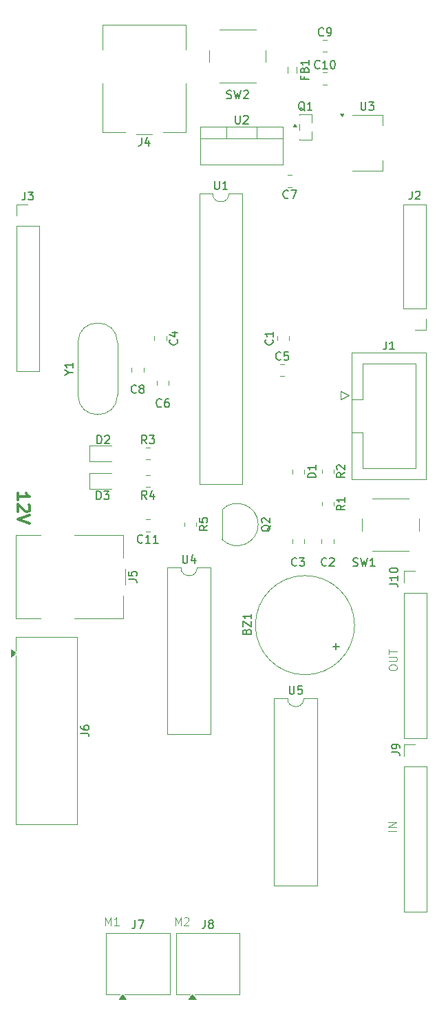
<source format=gbr>
%TF.GenerationSoftware,KiCad,Pcbnew,9.0.7*%
%TF.CreationDate,2026-02-28T16:38:49+05:30*%
%TF.ProjectId,E205 AVR Board design IPD task 1,45323035-2041-4565-9220-426f61726420,rev?*%
%TF.SameCoordinates,Original*%
%TF.FileFunction,Legend,Top*%
%TF.FilePolarity,Positive*%
%FSLAX46Y46*%
G04 Gerber Fmt 4.6, Leading zero omitted, Abs format (unit mm)*
G04 Created by KiCad (PCBNEW 9.0.7) date 2026-02-28 16:38:49*
%MOMM*%
%LPD*%
G01*
G04 APERTURE LIST*
%ADD10C,0.100000*%
%ADD11C,0.300000*%
%ADD12C,0.150000*%
%ADD13C,0.120000*%
G04 APERTURE END LIST*
D10*
X93093884Y-146122419D02*
X93093884Y-145122419D01*
X93093884Y-145122419D02*
X93427217Y-145836704D01*
X93427217Y-145836704D02*
X93760550Y-145122419D01*
X93760550Y-145122419D02*
X93760550Y-146122419D01*
X94189122Y-145217657D02*
X94236741Y-145170038D01*
X94236741Y-145170038D02*
X94331979Y-145122419D01*
X94331979Y-145122419D02*
X94570074Y-145122419D01*
X94570074Y-145122419D02*
X94665312Y-145170038D01*
X94665312Y-145170038D02*
X94712931Y-145217657D01*
X94712931Y-145217657D02*
X94760550Y-145312895D01*
X94760550Y-145312895D02*
X94760550Y-145408133D01*
X94760550Y-145408133D02*
X94712931Y-145550990D01*
X94712931Y-145550990D02*
X94141503Y-146122419D01*
X94141503Y-146122419D02*
X94760550Y-146122419D01*
X84483884Y-146122419D02*
X84483884Y-145122419D01*
X84483884Y-145122419D02*
X84817217Y-145836704D01*
X84817217Y-145836704D02*
X85150550Y-145122419D01*
X85150550Y-145122419D02*
X85150550Y-146122419D01*
X86150550Y-146122419D02*
X85579122Y-146122419D01*
X85864836Y-146122419D02*
X85864836Y-145122419D01*
X85864836Y-145122419D02*
X85769598Y-145265276D01*
X85769598Y-145265276D02*
X85674360Y-145360514D01*
X85674360Y-145360514D02*
X85579122Y-145408133D01*
X119372419Y-114505639D02*
X119372419Y-114315163D01*
X119372419Y-114315163D02*
X119420038Y-114219925D01*
X119420038Y-114219925D02*
X119515276Y-114124687D01*
X119515276Y-114124687D02*
X119705752Y-114077068D01*
X119705752Y-114077068D02*
X120039085Y-114077068D01*
X120039085Y-114077068D02*
X120229561Y-114124687D01*
X120229561Y-114124687D02*
X120324800Y-114219925D01*
X120324800Y-114219925D02*
X120372419Y-114315163D01*
X120372419Y-114315163D02*
X120372419Y-114505639D01*
X120372419Y-114505639D02*
X120324800Y-114600877D01*
X120324800Y-114600877D02*
X120229561Y-114696115D01*
X120229561Y-114696115D02*
X120039085Y-114743734D01*
X120039085Y-114743734D02*
X119705752Y-114743734D01*
X119705752Y-114743734D02*
X119515276Y-114696115D01*
X119515276Y-114696115D02*
X119420038Y-114600877D01*
X119420038Y-114600877D02*
X119372419Y-114505639D01*
X119372419Y-113648496D02*
X120181942Y-113648496D01*
X120181942Y-113648496D02*
X120277180Y-113600877D01*
X120277180Y-113600877D02*
X120324800Y-113553258D01*
X120324800Y-113553258D02*
X120372419Y-113458020D01*
X120372419Y-113458020D02*
X120372419Y-113267544D01*
X120372419Y-113267544D02*
X120324800Y-113172306D01*
X120324800Y-113172306D02*
X120277180Y-113124687D01*
X120277180Y-113124687D02*
X120181942Y-113077068D01*
X120181942Y-113077068D02*
X119372419Y-113077068D01*
X119372419Y-112743734D02*
X119372419Y-112172306D01*
X120372419Y-112458020D02*
X119372419Y-112458020D01*
X120322419Y-134496115D02*
X119322419Y-134496115D01*
X120322419Y-134019925D02*
X119322419Y-134019925D01*
X119322419Y-134019925D02*
X120322419Y-133448497D01*
X120322419Y-133448497D02*
X119322419Y-133448497D01*
D11*
X73699171Y-93840225D02*
X73699171Y-92983082D01*
X73699171Y-93411653D02*
X75199171Y-93411653D01*
X75199171Y-93411653D02*
X74984885Y-93268796D01*
X74984885Y-93268796D02*
X74842028Y-93125939D01*
X74842028Y-93125939D02*
X74770600Y-92983082D01*
X75056314Y-94411653D02*
X75127742Y-94483081D01*
X75127742Y-94483081D02*
X75199171Y-94625939D01*
X75199171Y-94625939D02*
X75199171Y-94983081D01*
X75199171Y-94983081D02*
X75127742Y-95125939D01*
X75127742Y-95125939D02*
X75056314Y-95197367D01*
X75056314Y-95197367D02*
X74913457Y-95268796D01*
X74913457Y-95268796D02*
X74770600Y-95268796D01*
X74770600Y-95268796D02*
X74556314Y-95197367D01*
X74556314Y-95197367D02*
X73699171Y-94340224D01*
X73699171Y-94340224D02*
X73699171Y-95268796D01*
X75199171Y-95697367D02*
X73699171Y-96197367D01*
X73699171Y-96197367D02*
X75199171Y-96697367D01*
D12*
X119704819Y-124833333D02*
X120419104Y-124833333D01*
X120419104Y-124833333D02*
X120561961Y-124880952D01*
X120561961Y-124880952D02*
X120657200Y-124976190D01*
X120657200Y-124976190D02*
X120704819Y-125119047D01*
X120704819Y-125119047D02*
X120704819Y-125214285D01*
X120704819Y-124309523D02*
X120704819Y-124119047D01*
X120704819Y-124119047D02*
X120657200Y-124023809D01*
X120657200Y-124023809D02*
X120609580Y-123976190D01*
X120609580Y-123976190D02*
X120466723Y-123880952D01*
X120466723Y-123880952D02*
X120276247Y-123833333D01*
X120276247Y-123833333D02*
X119895295Y-123833333D01*
X119895295Y-123833333D02*
X119800057Y-123880952D01*
X119800057Y-123880952D02*
X119752438Y-123928571D01*
X119752438Y-123928571D02*
X119704819Y-124023809D01*
X119704819Y-124023809D02*
X119704819Y-124214285D01*
X119704819Y-124214285D02*
X119752438Y-124309523D01*
X119752438Y-124309523D02*
X119800057Y-124357142D01*
X119800057Y-124357142D02*
X119895295Y-124404761D01*
X119895295Y-124404761D02*
X120133390Y-124404761D01*
X120133390Y-124404761D02*
X120228628Y-124357142D01*
X120228628Y-124357142D02*
X120276247Y-124309523D01*
X120276247Y-124309523D02*
X120323866Y-124214285D01*
X120323866Y-124214285D02*
X120323866Y-124023809D01*
X120323866Y-124023809D02*
X120276247Y-123928571D01*
X120276247Y-123928571D02*
X120228628Y-123880952D01*
X120228628Y-123880952D02*
X120133390Y-123833333D01*
X113954819Y-90446666D02*
X113478628Y-90779999D01*
X113954819Y-91018094D02*
X112954819Y-91018094D01*
X112954819Y-91018094D02*
X112954819Y-90637142D01*
X112954819Y-90637142D02*
X113002438Y-90541904D01*
X113002438Y-90541904D02*
X113050057Y-90494285D01*
X113050057Y-90494285D02*
X113145295Y-90446666D01*
X113145295Y-90446666D02*
X113288152Y-90446666D01*
X113288152Y-90446666D02*
X113383390Y-90494285D01*
X113383390Y-90494285D02*
X113431009Y-90541904D01*
X113431009Y-90541904D02*
X113478628Y-90637142D01*
X113478628Y-90637142D02*
X113478628Y-91018094D01*
X113050057Y-90065713D02*
X113002438Y-90018094D01*
X113002438Y-90018094D02*
X112954819Y-89922856D01*
X112954819Y-89922856D02*
X112954819Y-89684761D01*
X112954819Y-89684761D02*
X113002438Y-89589523D01*
X113002438Y-89589523D02*
X113050057Y-89541904D01*
X113050057Y-89541904D02*
X113145295Y-89494285D01*
X113145295Y-89494285D02*
X113240533Y-89494285D01*
X113240533Y-89494285D02*
X113383390Y-89541904D01*
X113383390Y-89541904D02*
X113954819Y-90113332D01*
X113954819Y-90113332D02*
X113954819Y-89494285D01*
X97933095Y-54604819D02*
X97933095Y-55414342D01*
X97933095Y-55414342D02*
X97980714Y-55509580D01*
X97980714Y-55509580D02*
X98028333Y-55557200D01*
X98028333Y-55557200D02*
X98123571Y-55604819D01*
X98123571Y-55604819D02*
X98314047Y-55604819D01*
X98314047Y-55604819D02*
X98409285Y-55557200D01*
X98409285Y-55557200D02*
X98456904Y-55509580D01*
X98456904Y-55509580D02*
X98504523Y-55414342D01*
X98504523Y-55414342D02*
X98504523Y-54604819D01*
X99504523Y-55604819D02*
X98933095Y-55604819D01*
X99218809Y-55604819D02*
X99218809Y-54604819D01*
X99218809Y-54604819D02*
X99123571Y-54747676D01*
X99123571Y-54747676D02*
X99028333Y-54842914D01*
X99028333Y-54842914D02*
X98933095Y-54890533D01*
X93289580Y-74096666D02*
X93337200Y-74144285D01*
X93337200Y-74144285D02*
X93384819Y-74287142D01*
X93384819Y-74287142D02*
X93384819Y-74382380D01*
X93384819Y-74382380D02*
X93337200Y-74525237D01*
X93337200Y-74525237D02*
X93241961Y-74620475D01*
X93241961Y-74620475D02*
X93146723Y-74668094D01*
X93146723Y-74668094D02*
X92956247Y-74715713D01*
X92956247Y-74715713D02*
X92813390Y-74715713D01*
X92813390Y-74715713D02*
X92622914Y-74668094D01*
X92622914Y-74668094D02*
X92527676Y-74620475D01*
X92527676Y-74620475D02*
X92432438Y-74525237D01*
X92432438Y-74525237D02*
X92384819Y-74382380D01*
X92384819Y-74382380D02*
X92384819Y-74287142D01*
X92384819Y-74287142D02*
X92432438Y-74144285D01*
X92432438Y-74144285D02*
X92480057Y-74096666D01*
X92718152Y-73239523D02*
X93384819Y-73239523D01*
X92337200Y-73477618D02*
X93051485Y-73715713D01*
X93051485Y-73715713D02*
X93051485Y-73096666D01*
X115938095Y-44879819D02*
X115938095Y-45689342D01*
X115938095Y-45689342D02*
X115985714Y-45784580D01*
X115985714Y-45784580D02*
X116033333Y-45832200D01*
X116033333Y-45832200D02*
X116128571Y-45879819D01*
X116128571Y-45879819D02*
X116319047Y-45879819D01*
X116319047Y-45879819D02*
X116414285Y-45832200D01*
X116414285Y-45832200D02*
X116461904Y-45784580D01*
X116461904Y-45784580D02*
X116509523Y-45689342D01*
X116509523Y-45689342D02*
X116509523Y-44879819D01*
X116890476Y-44879819D02*
X117509523Y-44879819D01*
X117509523Y-44879819D02*
X117176190Y-45260771D01*
X117176190Y-45260771D02*
X117319047Y-45260771D01*
X117319047Y-45260771D02*
X117414285Y-45308390D01*
X117414285Y-45308390D02*
X117461904Y-45356009D01*
X117461904Y-45356009D02*
X117509523Y-45451247D01*
X117509523Y-45451247D02*
X117509523Y-45689342D01*
X117509523Y-45689342D02*
X117461904Y-45784580D01*
X117461904Y-45784580D02*
X117414285Y-45832200D01*
X117414285Y-45832200D02*
X117319047Y-45879819D01*
X117319047Y-45879819D02*
X117033333Y-45879819D01*
X117033333Y-45879819D02*
X116938095Y-45832200D01*
X116938095Y-45832200D02*
X116890476Y-45784580D01*
X89583333Y-86884819D02*
X89250000Y-86408628D01*
X89011905Y-86884819D02*
X89011905Y-85884819D01*
X89011905Y-85884819D02*
X89392857Y-85884819D01*
X89392857Y-85884819D02*
X89488095Y-85932438D01*
X89488095Y-85932438D02*
X89535714Y-85980057D01*
X89535714Y-85980057D02*
X89583333Y-86075295D01*
X89583333Y-86075295D02*
X89583333Y-86218152D01*
X89583333Y-86218152D02*
X89535714Y-86313390D01*
X89535714Y-86313390D02*
X89488095Y-86361009D01*
X89488095Y-86361009D02*
X89392857Y-86408628D01*
X89392857Y-86408628D02*
X89011905Y-86408628D01*
X89916667Y-85884819D02*
X90535714Y-85884819D01*
X90535714Y-85884819D02*
X90202381Y-86265771D01*
X90202381Y-86265771D02*
X90345238Y-86265771D01*
X90345238Y-86265771D02*
X90440476Y-86313390D01*
X90440476Y-86313390D02*
X90488095Y-86361009D01*
X90488095Y-86361009D02*
X90535714Y-86456247D01*
X90535714Y-86456247D02*
X90535714Y-86694342D01*
X90535714Y-86694342D02*
X90488095Y-86789580D01*
X90488095Y-86789580D02*
X90440476Y-86837200D01*
X90440476Y-86837200D02*
X90345238Y-86884819D01*
X90345238Y-86884819D02*
X90059524Y-86884819D01*
X90059524Y-86884819D02*
X89964286Y-86837200D01*
X89964286Y-86837200D02*
X89916667Y-86789580D01*
X88151666Y-145484819D02*
X88151666Y-146199104D01*
X88151666Y-146199104D02*
X88104047Y-146341961D01*
X88104047Y-146341961D02*
X88008809Y-146437200D01*
X88008809Y-146437200D02*
X87865952Y-146484819D01*
X87865952Y-146484819D02*
X87770714Y-146484819D01*
X88532619Y-145484819D02*
X89199285Y-145484819D01*
X89199285Y-145484819D02*
X88770714Y-146484819D01*
X114966667Y-101907200D02*
X115109524Y-101954819D01*
X115109524Y-101954819D02*
X115347619Y-101954819D01*
X115347619Y-101954819D02*
X115442857Y-101907200D01*
X115442857Y-101907200D02*
X115490476Y-101859580D01*
X115490476Y-101859580D02*
X115538095Y-101764342D01*
X115538095Y-101764342D02*
X115538095Y-101669104D01*
X115538095Y-101669104D02*
X115490476Y-101573866D01*
X115490476Y-101573866D02*
X115442857Y-101526247D01*
X115442857Y-101526247D02*
X115347619Y-101478628D01*
X115347619Y-101478628D02*
X115157143Y-101431009D01*
X115157143Y-101431009D02*
X115061905Y-101383390D01*
X115061905Y-101383390D02*
X115014286Y-101335771D01*
X115014286Y-101335771D02*
X114966667Y-101240533D01*
X114966667Y-101240533D02*
X114966667Y-101145295D01*
X114966667Y-101145295D02*
X115014286Y-101050057D01*
X115014286Y-101050057D02*
X115061905Y-101002438D01*
X115061905Y-101002438D02*
X115157143Y-100954819D01*
X115157143Y-100954819D02*
X115395238Y-100954819D01*
X115395238Y-100954819D02*
X115538095Y-101002438D01*
X115871429Y-100954819D02*
X116109524Y-101954819D01*
X116109524Y-101954819D02*
X116300000Y-101240533D01*
X116300000Y-101240533D02*
X116490476Y-101954819D01*
X116490476Y-101954819D02*
X116728572Y-100954819D01*
X117633333Y-101954819D02*
X117061905Y-101954819D01*
X117347619Y-101954819D02*
X117347619Y-100954819D01*
X117347619Y-100954819D02*
X117252381Y-101097676D01*
X117252381Y-101097676D02*
X117157143Y-101192914D01*
X117157143Y-101192914D02*
X117061905Y-101240533D01*
X110857142Y-40679580D02*
X110809523Y-40727200D01*
X110809523Y-40727200D02*
X110666666Y-40774819D01*
X110666666Y-40774819D02*
X110571428Y-40774819D01*
X110571428Y-40774819D02*
X110428571Y-40727200D01*
X110428571Y-40727200D02*
X110333333Y-40631961D01*
X110333333Y-40631961D02*
X110285714Y-40536723D01*
X110285714Y-40536723D02*
X110238095Y-40346247D01*
X110238095Y-40346247D02*
X110238095Y-40203390D01*
X110238095Y-40203390D02*
X110285714Y-40012914D01*
X110285714Y-40012914D02*
X110333333Y-39917676D01*
X110333333Y-39917676D02*
X110428571Y-39822438D01*
X110428571Y-39822438D02*
X110571428Y-39774819D01*
X110571428Y-39774819D02*
X110666666Y-39774819D01*
X110666666Y-39774819D02*
X110809523Y-39822438D01*
X110809523Y-39822438D02*
X110857142Y-39870057D01*
X111809523Y-40774819D02*
X111238095Y-40774819D01*
X111523809Y-40774819D02*
X111523809Y-39774819D01*
X111523809Y-39774819D02*
X111428571Y-39917676D01*
X111428571Y-39917676D02*
X111333333Y-40012914D01*
X111333333Y-40012914D02*
X111238095Y-40060533D01*
X112428571Y-39774819D02*
X112523809Y-39774819D01*
X112523809Y-39774819D02*
X112619047Y-39822438D01*
X112619047Y-39822438D02*
X112666666Y-39870057D01*
X112666666Y-39870057D02*
X112714285Y-39965295D01*
X112714285Y-39965295D02*
X112761904Y-40155771D01*
X112761904Y-40155771D02*
X112761904Y-40393866D01*
X112761904Y-40393866D02*
X112714285Y-40584342D01*
X112714285Y-40584342D02*
X112666666Y-40679580D01*
X112666666Y-40679580D02*
X112619047Y-40727200D01*
X112619047Y-40727200D02*
X112523809Y-40774819D01*
X112523809Y-40774819D02*
X112428571Y-40774819D01*
X112428571Y-40774819D02*
X112333333Y-40727200D01*
X112333333Y-40727200D02*
X112285714Y-40679580D01*
X112285714Y-40679580D02*
X112238095Y-40584342D01*
X112238095Y-40584342D02*
X112190476Y-40393866D01*
X112190476Y-40393866D02*
X112190476Y-40155771D01*
X112190476Y-40155771D02*
X112238095Y-39965295D01*
X112238095Y-39965295D02*
X112285714Y-39870057D01*
X112285714Y-39870057D02*
X112333333Y-39822438D01*
X112333333Y-39822438D02*
X112428571Y-39774819D01*
X88283333Y-80589580D02*
X88235714Y-80637200D01*
X88235714Y-80637200D02*
X88092857Y-80684819D01*
X88092857Y-80684819D02*
X87997619Y-80684819D01*
X87997619Y-80684819D02*
X87854762Y-80637200D01*
X87854762Y-80637200D02*
X87759524Y-80541961D01*
X87759524Y-80541961D02*
X87711905Y-80446723D01*
X87711905Y-80446723D02*
X87664286Y-80256247D01*
X87664286Y-80256247D02*
X87664286Y-80113390D01*
X87664286Y-80113390D02*
X87711905Y-79922914D01*
X87711905Y-79922914D02*
X87759524Y-79827676D01*
X87759524Y-79827676D02*
X87854762Y-79732438D01*
X87854762Y-79732438D02*
X87997619Y-79684819D01*
X87997619Y-79684819D02*
X88092857Y-79684819D01*
X88092857Y-79684819D02*
X88235714Y-79732438D01*
X88235714Y-79732438D02*
X88283333Y-79780057D01*
X88854762Y-80113390D02*
X88759524Y-80065771D01*
X88759524Y-80065771D02*
X88711905Y-80018152D01*
X88711905Y-80018152D02*
X88664286Y-79922914D01*
X88664286Y-79922914D02*
X88664286Y-79875295D01*
X88664286Y-79875295D02*
X88711905Y-79780057D01*
X88711905Y-79780057D02*
X88759524Y-79732438D01*
X88759524Y-79732438D02*
X88854762Y-79684819D01*
X88854762Y-79684819D02*
X89045238Y-79684819D01*
X89045238Y-79684819D02*
X89140476Y-79732438D01*
X89140476Y-79732438D02*
X89188095Y-79780057D01*
X89188095Y-79780057D02*
X89235714Y-79875295D01*
X89235714Y-79875295D02*
X89235714Y-79922914D01*
X89235714Y-79922914D02*
X89188095Y-80018152D01*
X89188095Y-80018152D02*
X89140476Y-80065771D01*
X89140476Y-80065771D02*
X89045238Y-80113390D01*
X89045238Y-80113390D02*
X88854762Y-80113390D01*
X88854762Y-80113390D02*
X88759524Y-80161009D01*
X88759524Y-80161009D02*
X88711905Y-80208628D01*
X88711905Y-80208628D02*
X88664286Y-80303866D01*
X88664286Y-80303866D02*
X88664286Y-80494342D01*
X88664286Y-80494342D02*
X88711905Y-80589580D01*
X88711905Y-80589580D02*
X88759524Y-80637200D01*
X88759524Y-80637200D02*
X88854762Y-80684819D01*
X88854762Y-80684819D02*
X89045238Y-80684819D01*
X89045238Y-80684819D02*
X89140476Y-80637200D01*
X89140476Y-80637200D02*
X89188095Y-80589580D01*
X89188095Y-80589580D02*
X89235714Y-80494342D01*
X89235714Y-80494342D02*
X89235714Y-80303866D01*
X89235714Y-80303866D02*
X89188095Y-80208628D01*
X89188095Y-80208628D02*
X89140476Y-80161009D01*
X89140476Y-80161009D02*
X89045238Y-80113390D01*
X109004761Y-45950057D02*
X108909523Y-45902438D01*
X108909523Y-45902438D02*
X108814285Y-45807200D01*
X108814285Y-45807200D02*
X108671428Y-45664342D01*
X108671428Y-45664342D02*
X108576190Y-45616723D01*
X108576190Y-45616723D02*
X108480952Y-45616723D01*
X108528571Y-45854819D02*
X108433333Y-45807200D01*
X108433333Y-45807200D02*
X108338095Y-45711961D01*
X108338095Y-45711961D02*
X108290476Y-45521485D01*
X108290476Y-45521485D02*
X108290476Y-45188152D01*
X108290476Y-45188152D02*
X108338095Y-44997676D01*
X108338095Y-44997676D02*
X108433333Y-44902438D01*
X108433333Y-44902438D02*
X108528571Y-44854819D01*
X108528571Y-44854819D02*
X108719047Y-44854819D01*
X108719047Y-44854819D02*
X108814285Y-44902438D01*
X108814285Y-44902438D02*
X108909523Y-44997676D01*
X108909523Y-44997676D02*
X108957142Y-45188152D01*
X108957142Y-45188152D02*
X108957142Y-45521485D01*
X108957142Y-45521485D02*
X108909523Y-45711961D01*
X108909523Y-45711961D02*
X108814285Y-45807200D01*
X108814285Y-45807200D02*
X108719047Y-45854819D01*
X108719047Y-45854819D02*
X108528571Y-45854819D01*
X109909523Y-45854819D02*
X109338095Y-45854819D01*
X109623809Y-45854819D02*
X109623809Y-44854819D01*
X109623809Y-44854819D02*
X109528571Y-44997676D01*
X109528571Y-44997676D02*
X109433333Y-45092914D01*
X109433333Y-45092914D02*
X109338095Y-45140533D01*
X83474405Y-86884819D02*
X83474405Y-85884819D01*
X83474405Y-85884819D02*
X83712500Y-85884819D01*
X83712500Y-85884819D02*
X83855357Y-85932438D01*
X83855357Y-85932438D02*
X83950595Y-86027676D01*
X83950595Y-86027676D02*
X83998214Y-86122914D01*
X83998214Y-86122914D02*
X84045833Y-86313390D01*
X84045833Y-86313390D02*
X84045833Y-86456247D01*
X84045833Y-86456247D02*
X83998214Y-86646723D01*
X83998214Y-86646723D02*
X83950595Y-86741961D01*
X83950595Y-86741961D02*
X83855357Y-86837200D01*
X83855357Y-86837200D02*
X83712500Y-86884819D01*
X83712500Y-86884819D02*
X83474405Y-86884819D01*
X84426786Y-85980057D02*
X84474405Y-85932438D01*
X84474405Y-85932438D02*
X84569643Y-85884819D01*
X84569643Y-85884819D02*
X84807738Y-85884819D01*
X84807738Y-85884819D02*
X84902976Y-85932438D01*
X84902976Y-85932438D02*
X84950595Y-85980057D01*
X84950595Y-85980057D02*
X84998214Y-86075295D01*
X84998214Y-86075295D02*
X84998214Y-86170533D01*
X84998214Y-86170533D02*
X84950595Y-86313390D01*
X84950595Y-86313390D02*
X84379167Y-86884819D01*
X84379167Y-86884819D02*
X84998214Y-86884819D01*
X88946666Y-49274819D02*
X88946666Y-49989104D01*
X88946666Y-49989104D02*
X88899047Y-50131961D01*
X88899047Y-50131961D02*
X88803809Y-50227200D01*
X88803809Y-50227200D02*
X88660952Y-50274819D01*
X88660952Y-50274819D02*
X88565714Y-50274819D01*
X89851428Y-49608152D02*
X89851428Y-50274819D01*
X89613333Y-49227200D02*
X89375238Y-49941485D01*
X89375238Y-49941485D02*
X89994285Y-49941485D01*
X107148095Y-116674819D02*
X107148095Y-117484342D01*
X107148095Y-117484342D02*
X107195714Y-117579580D01*
X107195714Y-117579580D02*
X107243333Y-117627200D01*
X107243333Y-117627200D02*
X107338571Y-117674819D01*
X107338571Y-117674819D02*
X107529047Y-117674819D01*
X107529047Y-117674819D02*
X107624285Y-117627200D01*
X107624285Y-117627200D02*
X107671904Y-117579580D01*
X107671904Y-117579580D02*
X107719523Y-117484342D01*
X107719523Y-117484342D02*
X107719523Y-116674819D01*
X108671904Y-116674819D02*
X108195714Y-116674819D01*
X108195714Y-116674819D02*
X108148095Y-117151009D01*
X108148095Y-117151009D02*
X108195714Y-117103390D01*
X108195714Y-117103390D02*
X108290952Y-117055771D01*
X108290952Y-117055771D02*
X108529047Y-117055771D01*
X108529047Y-117055771D02*
X108624285Y-117103390D01*
X108624285Y-117103390D02*
X108671904Y-117151009D01*
X108671904Y-117151009D02*
X108719523Y-117246247D01*
X108719523Y-117246247D02*
X108719523Y-117484342D01*
X108719523Y-117484342D02*
X108671904Y-117579580D01*
X108671904Y-117579580D02*
X108624285Y-117627200D01*
X108624285Y-117627200D02*
X108529047Y-117674819D01*
X108529047Y-117674819D02*
X108290952Y-117674819D01*
X108290952Y-117674819D02*
X108195714Y-117627200D01*
X108195714Y-117627200D02*
X108148095Y-117579580D01*
X83411905Y-93734819D02*
X83411905Y-92734819D01*
X83411905Y-92734819D02*
X83650000Y-92734819D01*
X83650000Y-92734819D02*
X83792857Y-92782438D01*
X83792857Y-92782438D02*
X83888095Y-92877676D01*
X83888095Y-92877676D02*
X83935714Y-92972914D01*
X83935714Y-92972914D02*
X83983333Y-93163390D01*
X83983333Y-93163390D02*
X83983333Y-93306247D01*
X83983333Y-93306247D02*
X83935714Y-93496723D01*
X83935714Y-93496723D02*
X83888095Y-93591961D01*
X83888095Y-93591961D02*
X83792857Y-93687200D01*
X83792857Y-93687200D02*
X83650000Y-93734819D01*
X83650000Y-93734819D02*
X83411905Y-93734819D01*
X84316667Y-92734819D02*
X84935714Y-92734819D01*
X84935714Y-92734819D02*
X84602381Y-93115771D01*
X84602381Y-93115771D02*
X84745238Y-93115771D01*
X84745238Y-93115771D02*
X84840476Y-93163390D01*
X84840476Y-93163390D02*
X84888095Y-93211009D01*
X84888095Y-93211009D02*
X84935714Y-93306247D01*
X84935714Y-93306247D02*
X84935714Y-93544342D01*
X84935714Y-93544342D02*
X84888095Y-93639580D01*
X84888095Y-93639580D02*
X84840476Y-93687200D01*
X84840476Y-93687200D02*
X84745238Y-93734819D01*
X84745238Y-93734819D02*
X84459524Y-93734819D01*
X84459524Y-93734819D02*
X84364286Y-93687200D01*
X84364286Y-93687200D02*
X84316667Y-93639580D01*
X119046666Y-74294819D02*
X119046666Y-75009104D01*
X119046666Y-75009104D02*
X118999047Y-75151961D01*
X118999047Y-75151961D02*
X118903809Y-75247200D01*
X118903809Y-75247200D02*
X118760952Y-75294819D01*
X118760952Y-75294819D02*
X118665714Y-75294819D01*
X120046666Y-75294819D02*
X119475238Y-75294819D01*
X119760952Y-75294819D02*
X119760952Y-74294819D01*
X119760952Y-74294819D02*
X119665714Y-74437676D01*
X119665714Y-74437676D02*
X119570476Y-74532914D01*
X119570476Y-74532914D02*
X119475238Y-74580533D01*
X101881009Y-109980952D02*
X101928628Y-109838095D01*
X101928628Y-109838095D02*
X101976247Y-109790476D01*
X101976247Y-109790476D02*
X102071485Y-109742857D01*
X102071485Y-109742857D02*
X102214342Y-109742857D01*
X102214342Y-109742857D02*
X102309580Y-109790476D01*
X102309580Y-109790476D02*
X102357200Y-109838095D01*
X102357200Y-109838095D02*
X102404819Y-109933333D01*
X102404819Y-109933333D02*
X102404819Y-110314285D01*
X102404819Y-110314285D02*
X101404819Y-110314285D01*
X101404819Y-110314285D02*
X101404819Y-109980952D01*
X101404819Y-109980952D02*
X101452438Y-109885714D01*
X101452438Y-109885714D02*
X101500057Y-109838095D01*
X101500057Y-109838095D02*
X101595295Y-109790476D01*
X101595295Y-109790476D02*
X101690533Y-109790476D01*
X101690533Y-109790476D02*
X101785771Y-109838095D01*
X101785771Y-109838095D02*
X101833390Y-109885714D01*
X101833390Y-109885714D02*
X101881009Y-109980952D01*
X101881009Y-109980952D02*
X101881009Y-110314285D01*
X101404819Y-109409523D02*
X101404819Y-108742857D01*
X101404819Y-108742857D02*
X102404819Y-109409523D01*
X102404819Y-109409523D02*
X102404819Y-108742857D01*
X102404819Y-107838095D02*
X102404819Y-108409523D01*
X102404819Y-108123809D02*
X101404819Y-108123809D01*
X101404819Y-108123809D02*
X101547676Y-108219047D01*
X101547676Y-108219047D02*
X101642914Y-108314285D01*
X101642914Y-108314285D02*
X101690533Y-108409523D01*
X112479048Y-111813866D02*
X113240953Y-111813866D01*
X112860000Y-112194819D02*
X112860000Y-111432914D01*
X74616666Y-55924819D02*
X74616666Y-56639104D01*
X74616666Y-56639104D02*
X74569047Y-56781961D01*
X74569047Y-56781961D02*
X74473809Y-56877200D01*
X74473809Y-56877200D02*
X74330952Y-56924819D01*
X74330952Y-56924819D02*
X74235714Y-56924819D01*
X74997619Y-55924819D02*
X75616666Y-55924819D01*
X75616666Y-55924819D02*
X75283333Y-56305771D01*
X75283333Y-56305771D02*
X75426190Y-56305771D01*
X75426190Y-56305771D02*
X75521428Y-56353390D01*
X75521428Y-56353390D02*
X75569047Y-56401009D01*
X75569047Y-56401009D02*
X75616666Y-56496247D01*
X75616666Y-56496247D02*
X75616666Y-56734342D01*
X75616666Y-56734342D02*
X75569047Y-56829580D01*
X75569047Y-56829580D02*
X75521428Y-56877200D01*
X75521428Y-56877200D02*
X75426190Y-56924819D01*
X75426190Y-56924819D02*
X75140476Y-56924819D01*
X75140476Y-56924819D02*
X75045238Y-56877200D01*
X75045238Y-56877200D02*
X74997619Y-56829580D01*
X108981009Y-41770833D02*
X108981009Y-42104166D01*
X109504819Y-42104166D02*
X108504819Y-42104166D01*
X108504819Y-42104166D02*
X108504819Y-41627976D01*
X108981009Y-40913690D02*
X109028628Y-40770833D01*
X109028628Y-40770833D02*
X109076247Y-40723214D01*
X109076247Y-40723214D02*
X109171485Y-40675595D01*
X109171485Y-40675595D02*
X109314342Y-40675595D01*
X109314342Y-40675595D02*
X109409580Y-40723214D01*
X109409580Y-40723214D02*
X109457200Y-40770833D01*
X109457200Y-40770833D02*
X109504819Y-40866071D01*
X109504819Y-40866071D02*
X109504819Y-41247023D01*
X109504819Y-41247023D02*
X108504819Y-41247023D01*
X108504819Y-41247023D02*
X108504819Y-40913690D01*
X108504819Y-40913690D02*
X108552438Y-40818452D01*
X108552438Y-40818452D02*
X108600057Y-40770833D01*
X108600057Y-40770833D02*
X108695295Y-40723214D01*
X108695295Y-40723214D02*
X108790533Y-40723214D01*
X108790533Y-40723214D02*
X108885771Y-40770833D01*
X108885771Y-40770833D02*
X108933390Y-40818452D01*
X108933390Y-40818452D02*
X108981009Y-40913690D01*
X108981009Y-40913690D02*
X108981009Y-41247023D01*
X109504819Y-39723214D02*
X109504819Y-40294642D01*
X109504819Y-40008928D02*
X108504819Y-40008928D01*
X108504819Y-40008928D02*
X108647676Y-40104166D01*
X108647676Y-40104166D02*
X108742914Y-40199404D01*
X108742914Y-40199404D02*
X108790533Y-40294642D01*
X111683333Y-101839580D02*
X111635714Y-101887200D01*
X111635714Y-101887200D02*
X111492857Y-101934819D01*
X111492857Y-101934819D02*
X111397619Y-101934819D01*
X111397619Y-101934819D02*
X111254762Y-101887200D01*
X111254762Y-101887200D02*
X111159524Y-101791961D01*
X111159524Y-101791961D02*
X111111905Y-101696723D01*
X111111905Y-101696723D02*
X111064286Y-101506247D01*
X111064286Y-101506247D02*
X111064286Y-101363390D01*
X111064286Y-101363390D02*
X111111905Y-101172914D01*
X111111905Y-101172914D02*
X111159524Y-101077676D01*
X111159524Y-101077676D02*
X111254762Y-100982438D01*
X111254762Y-100982438D02*
X111397619Y-100934819D01*
X111397619Y-100934819D02*
X111492857Y-100934819D01*
X111492857Y-100934819D02*
X111635714Y-100982438D01*
X111635714Y-100982438D02*
X111683333Y-101030057D01*
X112064286Y-101030057D02*
X112111905Y-100982438D01*
X112111905Y-100982438D02*
X112207143Y-100934819D01*
X112207143Y-100934819D02*
X112445238Y-100934819D01*
X112445238Y-100934819D02*
X112540476Y-100982438D01*
X112540476Y-100982438D02*
X112588095Y-101030057D01*
X112588095Y-101030057D02*
X112635714Y-101125295D01*
X112635714Y-101125295D02*
X112635714Y-101220533D01*
X112635714Y-101220533D02*
X112588095Y-101363390D01*
X112588095Y-101363390D02*
X112016667Y-101934819D01*
X112016667Y-101934819D02*
X112635714Y-101934819D01*
X89583333Y-93684819D02*
X89250000Y-93208628D01*
X89011905Y-93684819D02*
X89011905Y-92684819D01*
X89011905Y-92684819D02*
X89392857Y-92684819D01*
X89392857Y-92684819D02*
X89488095Y-92732438D01*
X89488095Y-92732438D02*
X89535714Y-92780057D01*
X89535714Y-92780057D02*
X89583333Y-92875295D01*
X89583333Y-92875295D02*
X89583333Y-93018152D01*
X89583333Y-93018152D02*
X89535714Y-93113390D01*
X89535714Y-93113390D02*
X89488095Y-93161009D01*
X89488095Y-93161009D02*
X89392857Y-93208628D01*
X89392857Y-93208628D02*
X89011905Y-93208628D01*
X90440476Y-93018152D02*
X90440476Y-93684819D01*
X90202381Y-92637200D02*
X89964286Y-93351485D01*
X89964286Y-93351485D02*
X90583333Y-93351485D01*
X119454819Y-104109523D02*
X120169104Y-104109523D01*
X120169104Y-104109523D02*
X120311961Y-104157142D01*
X120311961Y-104157142D02*
X120407200Y-104252380D01*
X120407200Y-104252380D02*
X120454819Y-104395237D01*
X120454819Y-104395237D02*
X120454819Y-104490475D01*
X120454819Y-103109523D02*
X120454819Y-103680951D01*
X120454819Y-103395237D02*
X119454819Y-103395237D01*
X119454819Y-103395237D02*
X119597676Y-103490475D01*
X119597676Y-103490475D02*
X119692914Y-103585713D01*
X119692914Y-103585713D02*
X119740533Y-103680951D01*
X119454819Y-102490475D02*
X119454819Y-102395237D01*
X119454819Y-102395237D02*
X119502438Y-102299999D01*
X119502438Y-102299999D02*
X119550057Y-102252380D01*
X119550057Y-102252380D02*
X119645295Y-102204761D01*
X119645295Y-102204761D02*
X119835771Y-102157142D01*
X119835771Y-102157142D02*
X120073866Y-102157142D01*
X120073866Y-102157142D02*
X120264342Y-102204761D01*
X120264342Y-102204761D02*
X120359580Y-102252380D01*
X120359580Y-102252380D02*
X120407200Y-102299999D01*
X120407200Y-102299999D02*
X120454819Y-102395237D01*
X120454819Y-102395237D02*
X120454819Y-102490475D01*
X120454819Y-102490475D02*
X120407200Y-102585713D01*
X120407200Y-102585713D02*
X120359580Y-102633332D01*
X120359580Y-102633332D02*
X120264342Y-102680951D01*
X120264342Y-102680951D02*
X120073866Y-102728570D01*
X120073866Y-102728570D02*
X119835771Y-102728570D01*
X119835771Y-102728570D02*
X119645295Y-102680951D01*
X119645295Y-102680951D02*
X119550057Y-102633332D01*
X119550057Y-102633332D02*
X119502438Y-102585713D01*
X119502438Y-102585713D02*
X119454819Y-102490475D01*
X100488095Y-46554819D02*
X100488095Y-47364342D01*
X100488095Y-47364342D02*
X100535714Y-47459580D01*
X100535714Y-47459580D02*
X100583333Y-47507200D01*
X100583333Y-47507200D02*
X100678571Y-47554819D01*
X100678571Y-47554819D02*
X100869047Y-47554819D01*
X100869047Y-47554819D02*
X100964285Y-47507200D01*
X100964285Y-47507200D02*
X101011904Y-47459580D01*
X101011904Y-47459580D02*
X101059523Y-47364342D01*
X101059523Y-47364342D02*
X101059523Y-46554819D01*
X101488095Y-46650057D02*
X101535714Y-46602438D01*
X101535714Y-46602438D02*
X101630952Y-46554819D01*
X101630952Y-46554819D02*
X101869047Y-46554819D01*
X101869047Y-46554819D02*
X101964285Y-46602438D01*
X101964285Y-46602438D02*
X102011904Y-46650057D01*
X102011904Y-46650057D02*
X102059523Y-46745295D01*
X102059523Y-46745295D02*
X102059523Y-46840533D01*
X102059523Y-46840533D02*
X102011904Y-46983390D01*
X102011904Y-46983390D02*
X101440476Y-47554819D01*
X101440476Y-47554819D02*
X102059523Y-47554819D01*
X96761666Y-145484819D02*
X96761666Y-146199104D01*
X96761666Y-146199104D02*
X96714047Y-146341961D01*
X96714047Y-146341961D02*
X96618809Y-146437200D01*
X96618809Y-146437200D02*
X96475952Y-146484819D01*
X96475952Y-146484819D02*
X96380714Y-146484819D01*
X97380714Y-145913390D02*
X97285476Y-145865771D01*
X97285476Y-145865771D02*
X97237857Y-145818152D01*
X97237857Y-145818152D02*
X97190238Y-145722914D01*
X97190238Y-145722914D02*
X97190238Y-145675295D01*
X97190238Y-145675295D02*
X97237857Y-145580057D01*
X97237857Y-145580057D02*
X97285476Y-145532438D01*
X97285476Y-145532438D02*
X97380714Y-145484819D01*
X97380714Y-145484819D02*
X97571190Y-145484819D01*
X97571190Y-145484819D02*
X97666428Y-145532438D01*
X97666428Y-145532438D02*
X97714047Y-145580057D01*
X97714047Y-145580057D02*
X97761666Y-145675295D01*
X97761666Y-145675295D02*
X97761666Y-145722914D01*
X97761666Y-145722914D02*
X97714047Y-145818152D01*
X97714047Y-145818152D02*
X97666428Y-145865771D01*
X97666428Y-145865771D02*
X97571190Y-145913390D01*
X97571190Y-145913390D02*
X97380714Y-145913390D01*
X97380714Y-145913390D02*
X97285476Y-145961009D01*
X97285476Y-145961009D02*
X97237857Y-146008628D01*
X97237857Y-146008628D02*
X97190238Y-146103866D01*
X97190238Y-146103866D02*
X97190238Y-146294342D01*
X97190238Y-146294342D02*
X97237857Y-146389580D01*
X97237857Y-146389580D02*
X97285476Y-146437200D01*
X97285476Y-146437200D02*
X97380714Y-146484819D01*
X97380714Y-146484819D02*
X97571190Y-146484819D01*
X97571190Y-146484819D02*
X97666428Y-146437200D01*
X97666428Y-146437200D02*
X97714047Y-146389580D01*
X97714047Y-146389580D02*
X97761666Y-146294342D01*
X97761666Y-146294342D02*
X97761666Y-146103866D01*
X97761666Y-146103866D02*
X97714047Y-146008628D01*
X97714047Y-146008628D02*
X97666428Y-145961009D01*
X97666428Y-145961009D02*
X97571190Y-145913390D01*
X87354819Y-103583333D02*
X88069104Y-103583333D01*
X88069104Y-103583333D02*
X88211961Y-103630952D01*
X88211961Y-103630952D02*
X88307200Y-103726190D01*
X88307200Y-103726190D02*
X88354819Y-103869047D01*
X88354819Y-103869047D02*
X88354819Y-103964285D01*
X87354819Y-102630952D02*
X87354819Y-103107142D01*
X87354819Y-103107142D02*
X87831009Y-103154761D01*
X87831009Y-103154761D02*
X87783390Y-103107142D01*
X87783390Y-103107142D02*
X87735771Y-103011904D01*
X87735771Y-103011904D02*
X87735771Y-102773809D01*
X87735771Y-102773809D02*
X87783390Y-102678571D01*
X87783390Y-102678571D02*
X87831009Y-102630952D01*
X87831009Y-102630952D02*
X87926247Y-102583333D01*
X87926247Y-102583333D02*
X88164342Y-102583333D01*
X88164342Y-102583333D02*
X88259580Y-102630952D01*
X88259580Y-102630952D02*
X88307200Y-102678571D01*
X88307200Y-102678571D02*
X88354819Y-102773809D01*
X88354819Y-102773809D02*
X88354819Y-103011904D01*
X88354819Y-103011904D02*
X88307200Y-103107142D01*
X88307200Y-103107142D02*
X88259580Y-103154761D01*
X99416667Y-44407200D02*
X99559524Y-44454819D01*
X99559524Y-44454819D02*
X99797619Y-44454819D01*
X99797619Y-44454819D02*
X99892857Y-44407200D01*
X99892857Y-44407200D02*
X99940476Y-44359580D01*
X99940476Y-44359580D02*
X99988095Y-44264342D01*
X99988095Y-44264342D02*
X99988095Y-44169104D01*
X99988095Y-44169104D02*
X99940476Y-44073866D01*
X99940476Y-44073866D02*
X99892857Y-44026247D01*
X99892857Y-44026247D02*
X99797619Y-43978628D01*
X99797619Y-43978628D02*
X99607143Y-43931009D01*
X99607143Y-43931009D02*
X99511905Y-43883390D01*
X99511905Y-43883390D02*
X99464286Y-43835771D01*
X99464286Y-43835771D02*
X99416667Y-43740533D01*
X99416667Y-43740533D02*
X99416667Y-43645295D01*
X99416667Y-43645295D02*
X99464286Y-43550057D01*
X99464286Y-43550057D02*
X99511905Y-43502438D01*
X99511905Y-43502438D02*
X99607143Y-43454819D01*
X99607143Y-43454819D02*
X99845238Y-43454819D01*
X99845238Y-43454819D02*
X99988095Y-43502438D01*
X100321429Y-43454819D02*
X100559524Y-44454819D01*
X100559524Y-44454819D02*
X100750000Y-43740533D01*
X100750000Y-43740533D02*
X100940476Y-44454819D01*
X100940476Y-44454819D02*
X101178572Y-43454819D01*
X101511905Y-43550057D02*
X101559524Y-43502438D01*
X101559524Y-43502438D02*
X101654762Y-43454819D01*
X101654762Y-43454819D02*
X101892857Y-43454819D01*
X101892857Y-43454819D02*
X101988095Y-43502438D01*
X101988095Y-43502438D02*
X102035714Y-43550057D01*
X102035714Y-43550057D02*
X102083333Y-43645295D01*
X102083333Y-43645295D02*
X102083333Y-43740533D01*
X102083333Y-43740533D02*
X102035714Y-43883390D01*
X102035714Y-43883390D02*
X101464286Y-44454819D01*
X101464286Y-44454819D02*
X102083333Y-44454819D01*
X122216666Y-55834819D02*
X122216666Y-56549104D01*
X122216666Y-56549104D02*
X122169047Y-56691961D01*
X122169047Y-56691961D02*
X122073809Y-56787200D01*
X122073809Y-56787200D02*
X121930952Y-56834819D01*
X121930952Y-56834819D02*
X121835714Y-56834819D01*
X122645238Y-55930057D02*
X122692857Y-55882438D01*
X122692857Y-55882438D02*
X122788095Y-55834819D01*
X122788095Y-55834819D02*
X123026190Y-55834819D01*
X123026190Y-55834819D02*
X123121428Y-55882438D01*
X123121428Y-55882438D02*
X123169047Y-55930057D01*
X123169047Y-55930057D02*
X123216666Y-56025295D01*
X123216666Y-56025295D02*
X123216666Y-56120533D01*
X123216666Y-56120533D02*
X123169047Y-56263390D01*
X123169047Y-56263390D02*
X122597619Y-56834819D01*
X122597619Y-56834819D02*
X123216666Y-56834819D01*
X108033333Y-101839580D02*
X107985714Y-101887200D01*
X107985714Y-101887200D02*
X107842857Y-101934819D01*
X107842857Y-101934819D02*
X107747619Y-101934819D01*
X107747619Y-101934819D02*
X107604762Y-101887200D01*
X107604762Y-101887200D02*
X107509524Y-101791961D01*
X107509524Y-101791961D02*
X107461905Y-101696723D01*
X107461905Y-101696723D02*
X107414286Y-101506247D01*
X107414286Y-101506247D02*
X107414286Y-101363390D01*
X107414286Y-101363390D02*
X107461905Y-101172914D01*
X107461905Y-101172914D02*
X107509524Y-101077676D01*
X107509524Y-101077676D02*
X107604762Y-100982438D01*
X107604762Y-100982438D02*
X107747619Y-100934819D01*
X107747619Y-100934819D02*
X107842857Y-100934819D01*
X107842857Y-100934819D02*
X107985714Y-100982438D01*
X107985714Y-100982438D02*
X108033333Y-101030057D01*
X108366667Y-100934819D02*
X108985714Y-100934819D01*
X108985714Y-100934819D02*
X108652381Y-101315771D01*
X108652381Y-101315771D02*
X108795238Y-101315771D01*
X108795238Y-101315771D02*
X108890476Y-101363390D01*
X108890476Y-101363390D02*
X108938095Y-101411009D01*
X108938095Y-101411009D02*
X108985714Y-101506247D01*
X108985714Y-101506247D02*
X108985714Y-101744342D01*
X108985714Y-101744342D02*
X108938095Y-101839580D01*
X108938095Y-101839580D02*
X108890476Y-101887200D01*
X108890476Y-101887200D02*
X108795238Y-101934819D01*
X108795238Y-101934819D02*
X108509524Y-101934819D01*
X108509524Y-101934819D02*
X108414286Y-101887200D01*
X108414286Y-101887200D02*
X108366667Y-101839580D01*
X97054819Y-96954166D02*
X96578628Y-97287499D01*
X97054819Y-97525594D02*
X96054819Y-97525594D01*
X96054819Y-97525594D02*
X96054819Y-97144642D01*
X96054819Y-97144642D02*
X96102438Y-97049404D01*
X96102438Y-97049404D02*
X96150057Y-97001785D01*
X96150057Y-97001785D02*
X96245295Y-96954166D01*
X96245295Y-96954166D02*
X96388152Y-96954166D01*
X96388152Y-96954166D02*
X96483390Y-97001785D01*
X96483390Y-97001785D02*
X96531009Y-97049404D01*
X96531009Y-97049404D02*
X96578628Y-97144642D01*
X96578628Y-97144642D02*
X96578628Y-97525594D01*
X96054819Y-96049404D02*
X96054819Y-96525594D01*
X96054819Y-96525594D02*
X96531009Y-96573213D01*
X96531009Y-96573213D02*
X96483390Y-96525594D01*
X96483390Y-96525594D02*
X96435771Y-96430356D01*
X96435771Y-96430356D02*
X96435771Y-96192261D01*
X96435771Y-96192261D02*
X96483390Y-96097023D01*
X96483390Y-96097023D02*
X96531009Y-96049404D01*
X96531009Y-96049404D02*
X96626247Y-96001785D01*
X96626247Y-96001785D02*
X96864342Y-96001785D01*
X96864342Y-96001785D02*
X96959580Y-96049404D01*
X96959580Y-96049404D02*
X97007200Y-96097023D01*
X97007200Y-96097023D02*
X97054819Y-96192261D01*
X97054819Y-96192261D02*
X97054819Y-96430356D01*
X97054819Y-96430356D02*
X97007200Y-96525594D01*
X97007200Y-96525594D02*
X96959580Y-96573213D01*
X111333333Y-36669580D02*
X111285714Y-36717200D01*
X111285714Y-36717200D02*
X111142857Y-36764819D01*
X111142857Y-36764819D02*
X111047619Y-36764819D01*
X111047619Y-36764819D02*
X110904762Y-36717200D01*
X110904762Y-36717200D02*
X110809524Y-36621961D01*
X110809524Y-36621961D02*
X110761905Y-36526723D01*
X110761905Y-36526723D02*
X110714286Y-36336247D01*
X110714286Y-36336247D02*
X110714286Y-36193390D01*
X110714286Y-36193390D02*
X110761905Y-36002914D01*
X110761905Y-36002914D02*
X110809524Y-35907676D01*
X110809524Y-35907676D02*
X110904762Y-35812438D01*
X110904762Y-35812438D02*
X111047619Y-35764819D01*
X111047619Y-35764819D02*
X111142857Y-35764819D01*
X111142857Y-35764819D02*
X111285714Y-35812438D01*
X111285714Y-35812438D02*
X111333333Y-35860057D01*
X111809524Y-36764819D02*
X112000000Y-36764819D01*
X112000000Y-36764819D02*
X112095238Y-36717200D01*
X112095238Y-36717200D02*
X112142857Y-36669580D01*
X112142857Y-36669580D02*
X112238095Y-36526723D01*
X112238095Y-36526723D02*
X112285714Y-36336247D01*
X112285714Y-36336247D02*
X112285714Y-35955295D01*
X112285714Y-35955295D02*
X112238095Y-35860057D01*
X112238095Y-35860057D02*
X112190476Y-35812438D01*
X112190476Y-35812438D02*
X112095238Y-35764819D01*
X112095238Y-35764819D02*
X111904762Y-35764819D01*
X111904762Y-35764819D02*
X111809524Y-35812438D01*
X111809524Y-35812438D02*
X111761905Y-35860057D01*
X111761905Y-35860057D02*
X111714286Y-35955295D01*
X111714286Y-35955295D02*
X111714286Y-36193390D01*
X111714286Y-36193390D02*
X111761905Y-36288628D01*
X111761905Y-36288628D02*
X111809524Y-36336247D01*
X111809524Y-36336247D02*
X111904762Y-36383866D01*
X111904762Y-36383866D02*
X112095238Y-36383866D01*
X112095238Y-36383866D02*
X112190476Y-36336247D01*
X112190476Y-36336247D02*
X112238095Y-36288628D01*
X112238095Y-36288628D02*
X112285714Y-36193390D01*
X105029580Y-74096666D02*
X105077200Y-74144285D01*
X105077200Y-74144285D02*
X105124819Y-74287142D01*
X105124819Y-74287142D02*
X105124819Y-74382380D01*
X105124819Y-74382380D02*
X105077200Y-74525237D01*
X105077200Y-74525237D02*
X104981961Y-74620475D01*
X104981961Y-74620475D02*
X104886723Y-74668094D01*
X104886723Y-74668094D02*
X104696247Y-74715713D01*
X104696247Y-74715713D02*
X104553390Y-74715713D01*
X104553390Y-74715713D02*
X104362914Y-74668094D01*
X104362914Y-74668094D02*
X104267676Y-74620475D01*
X104267676Y-74620475D02*
X104172438Y-74525237D01*
X104172438Y-74525237D02*
X104124819Y-74382380D01*
X104124819Y-74382380D02*
X104124819Y-74287142D01*
X104124819Y-74287142D02*
X104172438Y-74144285D01*
X104172438Y-74144285D02*
X104220057Y-74096666D01*
X105124819Y-73144285D02*
X105124819Y-73715713D01*
X105124819Y-73429999D02*
X104124819Y-73429999D01*
X104124819Y-73429999D02*
X104267676Y-73525237D01*
X104267676Y-73525237D02*
X104362914Y-73620475D01*
X104362914Y-73620475D02*
X104410533Y-73715713D01*
X80008628Y-78156190D02*
X80484819Y-78156190D01*
X79484819Y-78489523D02*
X80008628Y-78156190D01*
X80008628Y-78156190D02*
X79484819Y-77822857D01*
X80484819Y-76965714D02*
X80484819Y-77537142D01*
X80484819Y-77251428D02*
X79484819Y-77251428D01*
X79484819Y-77251428D02*
X79627676Y-77346666D01*
X79627676Y-77346666D02*
X79722914Y-77441904D01*
X79722914Y-77441904D02*
X79770533Y-77537142D01*
X91383333Y-82289580D02*
X91335714Y-82337200D01*
X91335714Y-82337200D02*
X91192857Y-82384819D01*
X91192857Y-82384819D02*
X91097619Y-82384819D01*
X91097619Y-82384819D02*
X90954762Y-82337200D01*
X90954762Y-82337200D02*
X90859524Y-82241961D01*
X90859524Y-82241961D02*
X90811905Y-82146723D01*
X90811905Y-82146723D02*
X90764286Y-81956247D01*
X90764286Y-81956247D02*
X90764286Y-81813390D01*
X90764286Y-81813390D02*
X90811905Y-81622914D01*
X90811905Y-81622914D02*
X90859524Y-81527676D01*
X90859524Y-81527676D02*
X90954762Y-81432438D01*
X90954762Y-81432438D02*
X91097619Y-81384819D01*
X91097619Y-81384819D02*
X91192857Y-81384819D01*
X91192857Y-81384819D02*
X91335714Y-81432438D01*
X91335714Y-81432438D02*
X91383333Y-81480057D01*
X92240476Y-81384819D02*
X92050000Y-81384819D01*
X92050000Y-81384819D02*
X91954762Y-81432438D01*
X91954762Y-81432438D02*
X91907143Y-81480057D01*
X91907143Y-81480057D02*
X91811905Y-81622914D01*
X91811905Y-81622914D02*
X91764286Y-81813390D01*
X91764286Y-81813390D02*
X91764286Y-82194342D01*
X91764286Y-82194342D02*
X91811905Y-82289580D01*
X91811905Y-82289580D02*
X91859524Y-82337200D01*
X91859524Y-82337200D02*
X91954762Y-82384819D01*
X91954762Y-82384819D02*
X92145238Y-82384819D01*
X92145238Y-82384819D02*
X92240476Y-82337200D01*
X92240476Y-82337200D02*
X92288095Y-82289580D01*
X92288095Y-82289580D02*
X92335714Y-82194342D01*
X92335714Y-82194342D02*
X92335714Y-81956247D01*
X92335714Y-81956247D02*
X92288095Y-81861009D01*
X92288095Y-81861009D02*
X92240476Y-81813390D01*
X92240476Y-81813390D02*
X92145238Y-81765771D01*
X92145238Y-81765771D02*
X91954762Y-81765771D01*
X91954762Y-81765771D02*
X91859524Y-81813390D01*
X91859524Y-81813390D02*
X91811905Y-81861009D01*
X91811905Y-81861009D02*
X91764286Y-81956247D01*
X106983333Y-56639580D02*
X106935714Y-56687200D01*
X106935714Y-56687200D02*
X106792857Y-56734819D01*
X106792857Y-56734819D02*
X106697619Y-56734819D01*
X106697619Y-56734819D02*
X106554762Y-56687200D01*
X106554762Y-56687200D02*
X106459524Y-56591961D01*
X106459524Y-56591961D02*
X106411905Y-56496723D01*
X106411905Y-56496723D02*
X106364286Y-56306247D01*
X106364286Y-56306247D02*
X106364286Y-56163390D01*
X106364286Y-56163390D02*
X106411905Y-55972914D01*
X106411905Y-55972914D02*
X106459524Y-55877676D01*
X106459524Y-55877676D02*
X106554762Y-55782438D01*
X106554762Y-55782438D02*
X106697619Y-55734819D01*
X106697619Y-55734819D02*
X106792857Y-55734819D01*
X106792857Y-55734819D02*
X106935714Y-55782438D01*
X106935714Y-55782438D02*
X106983333Y-55830057D01*
X107316667Y-55734819D02*
X107983333Y-55734819D01*
X107983333Y-55734819D02*
X107554762Y-56734819D01*
X106083333Y-76509580D02*
X106035714Y-76557200D01*
X106035714Y-76557200D02*
X105892857Y-76604819D01*
X105892857Y-76604819D02*
X105797619Y-76604819D01*
X105797619Y-76604819D02*
X105654762Y-76557200D01*
X105654762Y-76557200D02*
X105559524Y-76461961D01*
X105559524Y-76461961D02*
X105511905Y-76366723D01*
X105511905Y-76366723D02*
X105464286Y-76176247D01*
X105464286Y-76176247D02*
X105464286Y-76033390D01*
X105464286Y-76033390D02*
X105511905Y-75842914D01*
X105511905Y-75842914D02*
X105559524Y-75747676D01*
X105559524Y-75747676D02*
X105654762Y-75652438D01*
X105654762Y-75652438D02*
X105797619Y-75604819D01*
X105797619Y-75604819D02*
X105892857Y-75604819D01*
X105892857Y-75604819D02*
X106035714Y-75652438D01*
X106035714Y-75652438D02*
X106083333Y-75700057D01*
X106988095Y-75604819D02*
X106511905Y-75604819D01*
X106511905Y-75604819D02*
X106464286Y-76081009D01*
X106464286Y-76081009D02*
X106511905Y-76033390D01*
X106511905Y-76033390D02*
X106607143Y-75985771D01*
X106607143Y-75985771D02*
X106845238Y-75985771D01*
X106845238Y-75985771D02*
X106940476Y-76033390D01*
X106940476Y-76033390D02*
X106988095Y-76081009D01*
X106988095Y-76081009D02*
X107035714Y-76176247D01*
X107035714Y-76176247D02*
X107035714Y-76414342D01*
X107035714Y-76414342D02*
X106988095Y-76509580D01*
X106988095Y-76509580D02*
X106940476Y-76557200D01*
X106940476Y-76557200D02*
X106845238Y-76604819D01*
X106845238Y-76604819D02*
X106607143Y-76604819D01*
X106607143Y-76604819D02*
X106511905Y-76557200D01*
X106511905Y-76557200D02*
X106464286Y-76509580D01*
X94028095Y-100584819D02*
X94028095Y-101394342D01*
X94028095Y-101394342D02*
X94075714Y-101489580D01*
X94075714Y-101489580D02*
X94123333Y-101537200D01*
X94123333Y-101537200D02*
X94218571Y-101584819D01*
X94218571Y-101584819D02*
X94409047Y-101584819D01*
X94409047Y-101584819D02*
X94504285Y-101537200D01*
X94504285Y-101537200D02*
X94551904Y-101489580D01*
X94551904Y-101489580D02*
X94599523Y-101394342D01*
X94599523Y-101394342D02*
X94599523Y-100584819D01*
X95504285Y-100918152D02*
X95504285Y-101584819D01*
X95266190Y-100537200D02*
X95028095Y-101251485D01*
X95028095Y-101251485D02*
X95647142Y-101251485D01*
X113954819Y-94446666D02*
X113478628Y-94779999D01*
X113954819Y-95018094D02*
X112954819Y-95018094D01*
X112954819Y-95018094D02*
X112954819Y-94637142D01*
X112954819Y-94637142D02*
X113002438Y-94541904D01*
X113002438Y-94541904D02*
X113050057Y-94494285D01*
X113050057Y-94494285D02*
X113145295Y-94446666D01*
X113145295Y-94446666D02*
X113288152Y-94446666D01*
X113288152Y-94446666D02*
X113383390Y-94494285D01*
X113383390Y-94494285D02*
X113431009Y-94541904D01*
X113431009Y-94541904D02*
X113478628Y-94637142D01*
X113478628Y-94637142D02*
X113478628Y-95018094D01*
X113954819Y-93494285D02*
X113954819Y-94065713D01*
X113954819Y-93779999D02*
X112954819Y-93779999D01*
X112954819Y-93779999D02*
X113097676Y-93875237D01*
X113097676Y-93875237D02*
X113192914Y-93970475D01*
X113192914Y-93970475D02*
X113240533Y-94065713D01*
X81474819Y-122498333D02*
X82189104Y-122498333D01*
X82189104Y-122498333D02*
X82331961Y-122545952D01*
X82331961Y-122545952D02*
X82427200Y-122641190D01*
X82427200Y-122641190D02*
X82474819Y-122784047D01*
X82474819Y-122784047D02*
X82474819Y-122879285D01*
X81474819Y-121593571D02*
X81474819Y-121784047D01*
X81474819Y-121784047D02*
X81522438Y-121879285D01*
X81522438Y-121879285D02*
X81570057Y-121926904D01*
X81570057Y-121926904D02*
X81712914Y-122022142D01*
X81712914Y-122022142D02*
X81903390Y-122069761D01*
X81903390Y-122069761D02*
X82284342Y-122069761D01*
X82284342Y-122069761D02*
X82379580Y-122022142D01*
X82379580Y-122022142D02*
X82427200Y-121974523D01*
X82427200Y-121974523D02*
X82474819Y-121879285D01*
X82474819Y-121879285D02*
X82474819Y-121688809D01*
X82474819Y-121688809D02*
X82427200Y-121593571D01*
X82427200Y-121593571D02*
X82379580Y-121545952D01*
X82379580Y-121545952D02*
X82284342Y-121498333D01*
X82284342Y-121498333D02*
X82046247Y-121498333D01*
X82046247Y-121498333D02*
X81951009Y-121545952D01*
X81951009Y-121545952D02*
X81903390Y-121593571D01*
X81903390Y-121593571D02*
X81855771Y-121688809D01*
X81855771Y-121688809D02*
X81855771Y-121879285D01*
X81855771Y-121879285D02*
X81903390Y-121974523D01*
X81903390Y-121974523D02*
X81951009Y-122022142D01*
X81951009Y-122022142D02*
X82046247Y-122069761D01*
X110384819Y-91043094D02*
X109384819Y-91043094D01*
X109384819Y-91043094D02*
X109384819Y-90804999D01*
X109384819Y-90804999D02*
X109432438Y-90662142D01*
X109432438Y-90662142D02*
X109527676Y-90566904D01*
X109527676Y-90566904D02*
X109622914Y-90519285D01*
X109622914Y-90519285D02*
X109813390Y-90471666D01*
X109813390Y-90471666D02*
X109956247Y-90471666D01*
X109956247Y-90471666D02*
X110146723Y-90519285D01*
X110146723Y-90519285D02*
X110241961Y-90566904D01*
X110241961Y-90566904D02*
X110337200Y-90662142D01*
X110337200Y-90662142D02*
X110384819Y-90804999D01*
X110384819Y-90804999D02*
X110384819Y-91043094D01*
X110384819Y-89519285D02*
X110384819Y-90090713D01*
X110384819Y-89804999D02*
X109384819Y-89804999D01*
X109384819Y-89804999D02*
X109527676Y-89900237D01*
X109527676Y-89900237D02*
X109622914Y-89995475D01*
X109622914Y-89995475D02*
X109670533Y-90090713D01*
X89057142Y-99009580D02*
X89009523Y-99057200D01*
X89009523Y-99057200D02*
X88866666Y-99104819D01*
X88866666Y-99104819D02*
X88771428Y-99104819D01*
X88771428Y-99104819D02*
X88628571Y-99057200D01*
X88628571Y-99057200D02*
X88533333Y-98961961D01*
X88533333Y-98961961D02*
X88485714Y-98866723D01*
X88485714Y-98866723D02*
X88438095Y-98676247D01*
X88438095Y-98676247D02*
X88438095Y-98533390D01*
X88438095Y-98533390D02*
X88485714Y-98342914D01*
X88485714Y-98342914D02*
X88533333Y-98247676D01*
X88533333Y-98247676D02*
X88628571Y-98152438D01*
X88628571Y-98152438D02*
X88771428Y-98104819D01*
X88771428Y-98104819D02*
X88866666Y-98104819D01*
X88866666Y-98104819D02*
X89009523Y-98152438D01*
X89009523Y-98152438D02*
X89057142Y-98200057D01*
X90009523Y-99104819D02*
X89438095Y-99104819D01*
X89723809Y-99104819D02*
X89723809Y-98104819D01*
X89723809Y-98104819D02*
X89628571Y-98247676D01*
X89628571Y-98247676D02*
X89533333Y-98342914D01*
X89533333Y-98342914D02*
X89438095Y-98390533D01*
X90961904Y-99104819D02*
X90390476Y-99104819D01*
X90676190Y-99104819D02*
X90676190Y-98104819D01*
X90676190Y-98104819D02*
X90580952Y-98247676D01*
X90580952Y-98247676D02*
X90485714Y-98342914D01*
X90485714Y-98342914D02*
X90390476Y-98390533D01*
X104810057Y-96925238D02*
X104762438Y-97020476D01*
X104762438Y-97020476D02*
X104667200Y-97115714D01*
X104667200Y-97115714D02*
X104524342Y-97258571D01*
X104524342Y-97258571D02*
X104476723Y-97353809D01*
X104476723Y-97353809D02*
X104476723Y-97449047D01*
X104714819Y-97401428D02*
X104667200Y-97496666D01*
X104667200Y-97496666D02*
X104571961Y-97591904D01*
X104571961Y-97591904D02*
X104381485Y-97639523D01*
X104381485Y-97639523D02*
X104048152Y-97639523D01*
X104048152Y-97639523D02*
X103857676Y-97591904D01*
X103857676Y-97591904D02*
X103762438Y-97496666D01*
X103762438Y-97496666D02*
X103714819Y-97401428D01*
X103714819Y-97401428D02*
X103714819Y-97210952D01*
X103714819Y-97210952D02*
X103762438Y-97115714D01*
X103762438Y-97115714D02*
X103857676Y-97020476D01*
X103857676Y-97020476D02*
X104048152Y-96972857D01*
X104048152Y-96972857D02*
X104381485Y-96972857D01*
X104381485Y-96972857D02*
X104571961Y-97020476D01*
X104571961Y-97020476D02*
X104667200Y-97115714D01*
X104667200Y-97115714D02*
X104714819Y-97210952D01*
X104714819Y-97210952D02*
X104714819Y-97401428D01*
X103810057Y-96591904D02*
X103762438Y-96544285D01*
X103762438Y-96544285D02*
X103714819Y-96449047D01*
X103714819Y-96449047D02*
X103714819Y-96210952D01*
X103714819Y-96210952D02*
X103762438Y-96115714D01*
X103762438Y-96115714D02*
X103810057Y-96068095D01*
X103810057Y-96068095D02*
X103905295Y-96020476D01*
X103905295Y-96020476D02*
X104000533Y-96020476D01*
X104000533Y-96020476D02*
X104143390Y-96068095D01*
X104143390Y-96068095D02*
X104714819Y-96639523D01*
X104714819Y-96639523D02*
X104714819Y-96020476D01*
D13*
%TO.C,J9*%
X121220000Y-123890000D02*
X122600000Y-123890000D01*
X121220000Y-125270000D02*
X121220000Y-123890000D01*
X121220000Y-126540000D02*
X121220000Y-144430000D01*
X121220000Y-126540000D02*
X123980000Y-126540000D01*
X121220000Y-144430000D02*
X123980000Y-144430000D01*
X123980000Y-126540000D02*
X123980000Y-144430000D01*
%TO.C,R2*%
X111115000Y-90052936D02*
X111115000Y-90507064D01*
X112585000Y-90052936D02*
X112585000Y-90507064D01*
%TO.C,U1*%
X96045000Y-56150000D02*
X96045000Y-91830000D01*
X96045000Y-91830000D02*
X101345000Y-91830000D01*
X97695000Y-56150000D02*
X96045000Y-56150000D01*
X101345000Y-56150000D02*
X99695000Y-56150000D01*
X101345000Y-91830000D02*
X101345000Y-56150000D01*
X99695000Y-56150000D02*
G75*
G02*
X97695000Y-56150000I-1000000J0D01*
G01*
%TO.C,C4*%
X90515000Y-73668748D02*
X90515000Y-74191252D01*
X91985000Y-73668748D02*
X91985000Y-74191252D01*
%TO.C,U3*%
X114850000Y-46515000D02*
X118610000Y-46515000D01*
X114850000Y-53335000D02*
X118610000Y-53335000D01*
X118610000Y-46515000D02*
X118610000Y-47775000D01*
X118610000Y-53335000D02*
X118610000Y-52075000D01*
X113570000Y-46615000D02*
X113330000Y-46285000D01*
X113810000Y-46285000D01*
X113570000Y-46615000D01*
G36*
X113570000Y-46615000D02*
G01*
X113330000Y-46285000D01*
X113810000Y-46285000D01*
X113570000Y-46615000D01*
G37*
%TO.C,R3*%
X89964564Y-87345000D02*
X89510436Y-87345000D01*
X89964564Y-88815000D02*
X89510436Y-88815000D01*
%TO.C,J7*%
X84560000Y-147030000D02*
X92410000Y-147030000D01*
X84560000Y-154570000D02*
X84560000Y-147030000D01*
X86280000Y-154570000D02*
X84560000Y-154570000D01*
X92410000Y-147030000D02*
X92410000Y-154570000D01*
X92410000Y-154570000D02*
X86880000Y-154570000D01*
X87020000Y-155180000D02*
X86140000Y-155180000D01*
X86580000Y-154570000D01*
X87020000Y-155180000D01*
G36*
X87020000Y-155180000D02*
G01*
X86140000Y-155180000D01*
X86580000Y-154570000D01*
X87020000Y-155180000D01*
G37*
%TO.C,SW1*%
X116050000Y-96100000D02*
X116050000Y-97600000D01*
X117300000Y-100100000D02*
X121800000Y-100100000D01*
X121800000Y-93600000D02*
X117300000Y-93600000D01*
X123050000Y-97600000D02*
X123050000Y-96100000D01*
%TO.C,C10*%
X111238748Y-41265000D02*
X111761252Y-41265000D01*
X111238748Y-42735000D02*
X111761252Y-42735000D01*
%TO.C,C8*%
X87715000Y-78041252D02*
X87715000Y-77518748D01*
X89185000Y-78041252D02*
X89185000Y-77518748D01*
%TO.C,Q1*%
X108340000Y-46390000D02*
X109860000Y-46390000D01*
X108340000Y-46440000D02*
X108340000Y-46390000D01*
X108340000Y-48340000D02*
X108340000Y-47560000D01*
X108340000Y-49510000D02*
X108340000Y-49460000D01*
X109860000Y-46390000D02*
X109860000Y-47390000D01*
X109860000Y-48510000D02*
X109860000Y-49510000D01*
X109860000Y-49510000D02*
X108340000Y-49510000D01*
X108040000Y-47900000D02*
X107560000Y-47900000D01*
X107800000Y-47570000D01*
X108040000Y-47900000D01*
G36*
X108040000Y-47900000D02*
G01*
X107560000Y-47900000D01*
X107800000Y-47570000D01*
X108040000Y-47900000D01*
G37*
%TO.C,D2*%
X82527500Y-87120000D02*
X82527500Y-89040000D01*
X82527500Y-89040000D02*
X85212500Y-89040000D01*
X85212500Y-87120000D02*
X82527500Y-87120000D01*
%TO.C,J4*%
X84170000Y-35410000D02*
X94390000Y-35410000D01*
X84170000Y-38470000D02*
X84170000Y-35410000D01*
X84170000Y-48630000D02*
X84170000Y-42570000D01*
X86980000Y-48630000D02*
X84170000Y-48630000D01*
X90280000Y-48820000D02*
X88280000Y-48820000D01*
X94390000Y-35410000D02*
X94390000Y-38470000D01*
X94390000Y-42570000D02*
X94390000Y-48630000D01*
X94390000Y-48630000D02*
X91580000Y-48630000D01*
%TO.C,U5*%
X105260000Y-118220000D02*
X105260000Y-141200000D01*
X105260000Y-141200000D02*
X110560000Y-141200000D01*
X106910000Y-118220000D02*
X105260000Y-118220000D01*
X110560000Y-118220000D02*
X108910000Y-118220000D01*
X110560000Y-141200000D02*
X110560000Y-118220000D01*
X108910000Y-118220000D02*
G75*
G02*
X106910000Y-118220000I-1000000J0D01*
G01*
%TO.C,D3*%
X82527500Y-90520000D02*
X82527500Y-92440000D01*
X82527500Y-92440000D02*
X85212500Y-92440000D01*
X85212500Y-90520000D02*
X82527500Y-90520000D01*
%TO.C,J1*%
X113430000Y-80440000D02*
X113430000Y-81440000D01*
X113430000Y-81440000D02*
X114430000Y-80940000D01*
X114430000Y-80940000D02*
X113430000Y-80440000D01*
X114820000Y-75730000D02*
X123940000Y-75730000D01*
X114820000Y-81430000D02*
X116130000Y-81430000D01*
X114820000Y-91230000D02*
X114820000Y-75730000D01*
X116130000Y-77030000D02*
X122630000Y-77030000D01*
X116130000Y-81430000D02*
X116130000Y-77030000D01*
X116130000Y-85530000D02*
X114820000Y-85530000D01*
X116130000Y-89930000D02*
X116130000Y-85530000D01*
X122630000Y-77030000D02*
X122630000Y-89930000D01*
X122630000Y-89930000D02*
X116130000Y-89930000D01*
X123940000Y-75730000D02*
X123940000Y-91230000D01*
X123940000Y-91230000D02*
X114820000Y-91230000D01*
%TO.C,BZ1*%
X115150000Y-109200000D02*
G75*
G02*
X102950000Y-109200000I-6100000J0D01*
G01*
X102950000Y-109200000D02*
G75*
G02*
X115150000Y-109200000I6100000J0D01*
G01*
%TO.C,J3*%
X73570000Y-57470000D02*
X74950000Y-57470000D01*
X73570000Y-58850000D02*
X73570000Y-57470000D01*
X73570000Y-60120000D02*
X73570000Y-78010000D01*
X73570000Y-60120000D02*
X76330000Y-60120000D01*
X73570000Y-78010000D02*
X76330000Y-78010000D01*
X76330000Y-60120000D02*
X76330000Y-78010000D01*
%TO.C,FB1*%
X106940000Y-40537878D02*
X106940000Y-41337122D01*
X108060000Y-40537878D02*
X108060000Y-41337122D01*
%TO.C,C2*%
X111085000Y-98618748D02*
X111085000Y-99141252D01*
X112555000Y-98618748D02*
X112555000Y-99141252D01*
%TO.C,R4*%
X89964564Y-90745000D02*
X89510436Y-90745000D01*
X89964564Y-92215000D02*
X89510436Y-92215000D01*
%TO.C,J10*%
X121220000Y-102560000D02*
X122600000Y-102560000D01*
X121220000Y-103940000D02*
X121220000Y-102560000D01*
X121220000Y-105210000D02*
X121220000Y-123100000D01*
X121220000Y-105210000D02*
X123980000Y-105210000D01*
X121220000Y-123100000D02*
X123980000Y-123100000D01*
X123980000Y-105210000D02*
X123980000Y-123100000D01*
%TO.C,U2*%
X96140000Y-47940000D02*
X106360000Y-47940000D01*
X96140000Y-49320000D02*
X106360000Y-49320000D01*
X96140000Y-52560000D02*
X96140000Y-47940000D01*
X99400000Y-47940000D02*
X99400000Y-49320000D01*
X103100000Y-47940000D02*
X103100000Y-49320000D01*
X106360000Y-47940000D02*
X106360000Y-52560000D01*
X106360000Y-52560000D02*
X96140000Y-52560000D01*
%TO.C,J8*%
X93170000Y-147030000D02*
X101020000Y-147030000D01*
X93170000Y-154570000D02*
X93170000Y-147030000D01*
X94890000Y-154570000D02*
X93170000Y-154570000D01*
X101020000Y-147030000D02*
X101020000Y-154570000D01*
X101020000Y-154570000D02*
X95490000Y-154570000D01*
X95630000Y-155180000D02*
X94750000Y-155180000D01*
X95190000Y-154570000D01*
X95630000Y-155180000D01*
G36*
X95630000Y-155180000D02*
G01*
X94750000Y-155180000D01*
X95190000Y-154570000D01*
X95630000Y-155180000D01*
G37*
%TO.C,J5*%
X73490000Y-98140000D02*
X76550000Y-98140000D01*
X73490000Y-108360000D02*
X73490000Y-98140000D01*
X76550000Y-108360000D02*
X73490000Y-108360000D01*
X80650000Y-98140000D02*
X86710000Y-98140000D01*
X86710000Y-98140000D02*
X86710000Y-100950000D01*
X86710000Y-105550000D02*
X86710000Y-108360000D01*
X86710000Y-108360000D02*
X80650000Y-108360000D01*
X86900000Y-102250000D02*
X86900000Y-104250000D01*
%TO.C,SW2*%
X97250000Y-38500000D02*
X97250000Y-40000000D01*
X98500000Y-42500000D02*
X103000000Y-42500000D01*
X103000000Y-36000000D02*
X98500000Y-36000000D01*
X104250000Y-40000000D02*
X104250000Y-38500000D01*
%TO.C,J2*%
X121170000Y-70280000D02*
X121170000Y-57470000D01*
X123930000Y-57470000D02*
X121170000Y-57470000D01*
X123930000Y-70280000D02*
X121170000Y-70280000D01*
X123930000Y-70280000D02*
X123930000Y-57470000D01*
X123930000Y-71550000D02*
X123930000Y-72930000D01*
X123930000Y-72930000D02*
X122550000Y-72930000D01*
%TO.C,C3*%
X107515000Y-98618748D02*
X107515000Y-99141252D01*
X108985000Y-98618748D02*
X108985000Y-99141252D01*
%TO.C,R5*%
X94215000Y-96560436D02*
X94215000Y-97014564D01*
X95685000Y-96560436D02*
X95685000Y-97014564D01*
%TO.C,C9*%
X111238748Y-37255000D02*
X111761252Y-37255000D01*
X111238748Y-38725000D02*
X111761252Y-38725000D01*
%TO.C,C1*%
X105615000Y-74191252D02*
X105615000Y-73668748D01*
X107085000Y-74191252D02*
X107085000Y-73668748D01*
%TO.C,Y1*%
X81115000Y-80880000D02*
X81115000Y-74480000D01*
X85985000Y-74480000D02*
X85985000Y-80880000D01*
X81115000Y-74480000D02*
G75*
G02*
X85985000Y-74480000I2435000J0D01*
G01*
X85985000Y-80880000D02*
G75*
G02*
X81115000Y-80880000I-2435000J0D01*
G01*
%TO.C,C6*%
X90815000Y-79641252D02*
X90815000Y-79118748D01*
X92285000Y-79641252D02*
X92285000Y-79118748D01*
%TO.C,C7*%
X107411252Y-53865000D02*
X106888748Y-53865000D01*
X107411252Y-55335000D02*
X106888748Y-55335000D01*
%TO.C,C5*%
X105988748Y-77095000D02*
X106511252Y-77095000D01*
X105988748Y-78565000D02*
X106511252Y-78565000D01*
%TO.C,U4*%
X92140000Y-102130000D02*
X92140000Y-122570000D01*
X92140000Y-122570000D02*
X97440000Y-122570000D01*
X93790000Y-102130000D02*
X92140000Y-102130000D01*
X97440000Y-102130000D02*
X95790000Y-102130000D01*
X97440000Y-122570000D02*
X97440000Y-102130000D01*
X95790000Y-102130000D02*
G75*
G02*
X93790000Y-102130000I-1000000J0D01*
G01*
%TO.C,R1*%
X111115000Y-94052936D02*
X111115000Y-94507064D01*
X112585000Y-94052936D02*
X112585000Y-94507064D01*
%TO.C,J6*%
X73480000Y-110620000D02*
X81020000Y-110620000D01*
X73480000Y-112340000D02*
X73480000Y-110620000D01*
X73480000Y-133710000D02*
X73480000Y-112940000D01*
X81020000Y-110620000D02*
X81020000Y-133710000D01*
X81020000Y-133710000D02*
X73480000Y-133710000D01*
X73480000Y-112640000D02*
X72870000Y-113080000D01*
X72870000Y-112200000D01*
X73480000Y-112640000D01*
G36*
X73480000Y-112640000D02*
G01*
X72870000Y-113080000D01*
X72870000Y-112200000D01*
X73480000Y-112640000D01*
G37*
%TO.C,D1*%
X107515000Y-90043748D02*
X107515000Y-90566252D01*
X108985000Y-90043748D02*
X108985000Y-90566252D01*
%TO.C,C11*%
X89438748Y-96215000D02*
X89961252Y-96215000D01*
X89438748Y-97685000D02*
X89961252Y-97685000D01*
%TO.C,Q2*%
X98850000Y-95030000D02*
X98850000Y-98630000D01*
X98861522Y-94991522D02*
G75*
G02*
X103300001Y-96830000I1838478J-1838478D01*
G01*
X103300000Y-96830000D02*
G75*
G02*
X98861522Y-98668478I-2600000J0D01*
G01*
%TD*%
M02*

</source>
